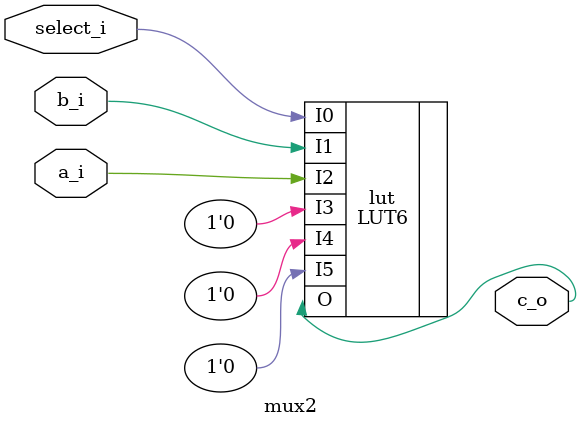
<source format=sv>
module mux2
  (input [0:0] a_i
  ,input [0:0] b_i
  ,input [0:0] select_i
  ,output [0:0] c_o);

   // Implement a Two-Input Multiplexer (mux2). You must use the LUT6 module.
   // 
   // Your code here:

LUT6 
   #(.INIT(64'hD8))
   lut
   (.O(c_o),
   .I0(select_i),
   .I1(b_i),
   .I2(a_i),
   .I3(1'b0),
   .I4(1'b0),
   .I5(1'b0));
endmodule

</source>
